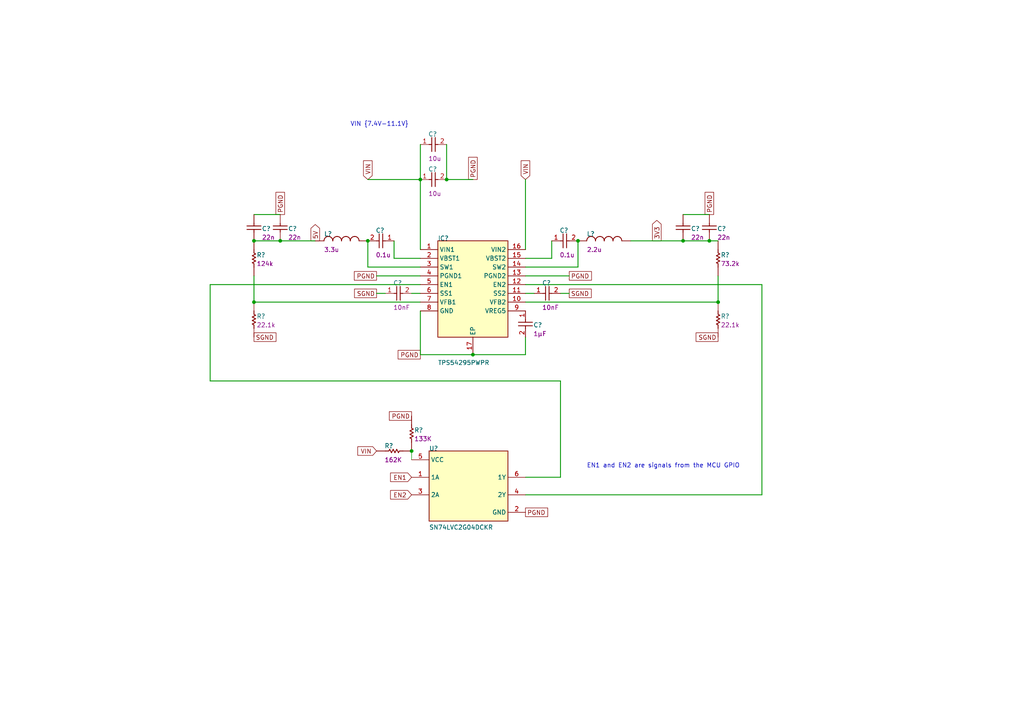
<source format=kicad_sch>
(kicad_sch (version 20211123) (generator eeschema)
  (paper "A4")
  (lib_symbols
    (symbol "FCU-altium-import:0_6078ccab4177564f4f8b42d5c809401"
      (property "Value" "0_6078ccab4177564f4f8b42d5c809401" (at 0 0 0))
      (symbol "0_6078ccab4177564f4f8b42d5c809401_1_0"
        (rectangle (start 27.94 2.54) (end 5.08 -17.78) (stroke (width 0.254)) (fill (type background)))
        (pin input line (at 0 -5.08 0) (length 5.08) (name "1A") (number "1"))
        (pin power_in line (at 33.02 -15.24 180) (length 5.08) (name "GND") (number "2"))
        (pin input line (at 0 -10.16 0) (length 5.08) (name "2A") (number "3"))
        (pin output line (at 33.02 -10.16 180) (length 5.08) (name "2Y") (number "4"))
        (pin power_in line (at 0 0 0) (length 5.08) (name "VCC") (number "5"))
        (pin output line (at 33.02 -5.08 180) (length 5.08) (name "1Y") (number "6"))
      )
    )
    (symbol "FCU-altium-import:0_CAP-NP-2"
      (property "Value" "0_CAP-NP-2" (at 0 0 0))
      (symbol "0_CAP-NP-2_1_0"
        (polyline (pts (xy 2.54 0) (xy 3.302 0)) (stroke (width 0.254)))
        (polyline (pts (xy 3.302 -2.032) (xy 3.302 2.032)) (stroke (width 0.254)))
        (polyline (pts (xy 4.318 2.032) (xy 4.318 -2.032)) (stroke (width 0.254)))
        (polyline (pts (xy 5.08 0) (xy 4.318 0)) (stroke (width 0.254)))
        (pin passive line (at 0 0 0) (length 2.54) (name "1") (number "1"))
        (pin passive line (at 7.62 0 180) (length 2.54) (name "2") (number "2"))
      )
    )
    (symbol "FCU-altium-import:0_Inductor"
      (property "Value" "0_Inductor" (at 0 0 0))
      (symbol "0_Inductor_1_0"
        (arc (start 3.81 1.27) (mid 2.912 0.898) (end 2.54 0) (stroke (width 0.254)))
        (arc (start 5.08 0) (mid 4.708 0.898) (end 3.81 1.27) (stroke (width 0.254)))
        (arc (start 6.35 1.27) (mid 5.452 0.898) (end 5.08 0) (stroke (width 0.254)))
        (arc (start 7.62 0) (mid 7.248 0.898) (end 6.35 1.27) (stroke (width 0.254)))
        (arc (start 8.89 1.27) (mid 7.992 0.898) (end 7.62 0) (stroke (width 0.254)))
        (arc (start 10.16 0) (mid 9.788 0.898) (end 8.89 1.27) (stroke (width 0.254)))
        (arc (start 11.43 1.27) (mid 10.532 0.898) (end 10.16 0) (stroke (width 0.254)))
        (arc (start 12.7 0) (mid 12.328 0.898) (end 11.43 1.27) (stroke (width 0.254)))
        (pin passive line (at 0 0 0) (length 2.54) (name "1") (number "1"))
        (pin passive line (at 15.24 0 180) (length 2.54) (name "2") (number "2"))
      )
    )
    (symbol "FCU-altium-import:0_TPS54295PWPR"
      (property "Value" "0_TPS54295PWPR" (at 0 0 0))
      (symbol "0_TPS54295PWPR_1_0"
        (rectangle (start 25.4 2.54) (end 5.08 -25.4) (stroke (width 0.254)) (fill (type background)))
        (pin passive line (at 0 0 0) (length 5.08) (name "VIN1") (number "1"))
        (pin passive line (at 30.48 -15.24 180) (length 5.08) (name "VFB2") (number "10"))
        (pin passive line (at 30.48 -12.7 180) (length 5.08) (name "SS2") (number "11"))
        (pin passive line (at 30.48 -10.16 180) (length 5.08) (name "EN2") (number "12"))
        (pin passive line (at 30.48 -7.62 180) (length 5.08) (name "PGND2") (number "13"))
        (pin passive line (at 30.48 -5.08 180) (length 5.08) (name "SW2") (number "14"))
        (pin passive line (at 30.48 -2.54 180) (length 5.08) (name "VBST2") (number "15"))
        (pin passive line (at 30.48 0 180) (length 5.08) (name "VIN2") (number "16"))
        (pin passive line (at 15.24 -30.48 90) (length 5.08) (name "EP") (number "17"))
        (pin passive line (at 0 -2.54 0) (length 5.08) (name "VBST1") (number "2"))
        (pin passive line (at 0 -5.08 0) (length 5.08) (name "SW1") (number "3"))
        (pin passive line (at 0 -7.62 0) (length 5.08) (name "PGND1") (number "4"))
        (pin passive line (at 0 -10.16 0) (length 5.08) (name "EN1") (number "5"))
        (pin passive line (at 0 -12.7 0) (length 5.08) (name "SS1") (number "6"))
        (pin passive line (at 0 -15.24 0) (length 5.08) (name "VFB1") (number "7"))
        (pin passive line (at 0 -17.78 0) (length 5.08) (name "GND") (number "8"))
        (pin passive line (at 30.48 -17.78 180) (length 5.08) (name "VREG5") (number "9"))
      )
    )
    (symbol "FCU-altium-import:1_Capacitor"
      (property "Value" "1_Capacitor" (at 0 0 0))
      (symbol "1_Capacitor_1_0"
        (polyline (pts (xy -2.032 4.318) (xy 2.032 4.318)) (stroke (width 0.254)))
        (polyline (pts (xy 0 2.54) (xy 0 3.302)) (stroke (width 0.254)))
        (polyline (pts (xy 0 5.08) (xy 0 4.318)) (stroke (width 0.254)))
        (polyline (pts (xy 2.032 3.302) (xy -2.032 3.302)) (stroke (width 0.254)))
        (pin passive line (at 0 0 90) (length 2.54) (name "1") (number "1"))
        (pin passive line (at 0 7.62 270) (length 2.54) (name "2") (number "2"))
      )
    )
    (symbol "FCU-altium-import:2_CAP-NP-2"
      (property "Value" "2_CAP-NP-2" (at 0 0 0))
      (symbol "2_CAP-NP-2_1_0"
        (polyline (pts (xy -5.08 0) (xy -4.318 0)) (stroke (width 0.254)))
        (polyline (pts (xy -4.318 -2.032) (xy -4.318 2.032)) (stroke (width 0.254)))
        (polyline (pts (xy -3.302 2.032) (xy -3.302 -2.032)) (stroke (width 0.254)))
        (polyline (pts (xy -2.54 0) (xy -3.302 0)) (stroke (width 0.254)))
        (pin passive line (at 0 0 180) (length 2.54) (name "1") (number "1"))
        (pin passive line (at -7.62 0 0) (length 2.54) (name "2") (number "2"))
      )
    )
    (symbol "FCU-altium-import:2_Resistor"
      (property "Value" "2_Resistor" (at 0 0 0))
      (symbol "2_Resistor_1_0"
        (polyline (pts (xy -7.62 0) (xy -6.604 0) (xy -6.35 0.508) (xy -5.842 -0.508) (xy -5.334 0.508) (xy -4.826 -0.508) (xy -4.318 0.508) (xy -3.81 -0.508) (xy -3.556 0) (xy -2.54 0)) (stroke (width 0.254)))
        (pin passive line (at 0 0 180) (length 2.54) (name "1") (number "1"))
        (pin passive line (at -10.16 0 0) (length 2.54) (name "2") (number "2"))
      )
    )
    (symbol "FCU-altium-import:3_CAP-NP-2"
      (property "Value" "3_CAP-NP-2" (at 0 0 0))
      (symbol "3_CAP-NP-2_1_0"
        (polyline (pts (xy -2.032 -3.302) (xy 2.032 -3.302)) (stroke (width 0.254)))
        (polyline (pts (xy 0 -5.08) (xy 0 -4.318)) (stroke (width 0.254)))
        (polyline (pts (xy 0 -2.54) (xy 0 -3.302)) (stroke (width 0.254)))
        (polyline (pts (xy 2.032 -4.318) (xy -2.032 -4.318)) (stroke (width 0.254)))
        (pin passive line (at 0 0 270) (length 2.54) (name "1") (number "1"))
        (pin passive line (at 0 -7.62 90) (length 2.54) (name "2") (number "2"))
      )
    )
    (symbol "FCU-altium-import:3_Resistor"
      (property "Value" "3_Resistor" (at 0 0 0))
      (symbol "3_Resistor_1_0"
        (polyline (pts (xy 0 -7.62) (xy 0 -6.604) (xy -0.508 -6.35) (xy 0.508 -5.842) (xy -0.508 -5.334) (xy 0.508 -4.826) (xy -0.508 -4.318) (xy 0.508 -3.81) (xy 0 -3.556) (xy 0 -2.54)) (stroke (width 0.254)))
        (pin passive line (at 0 0 270) (length 2.54) (name "1") (number "1"))
        (pin passive line (at 0 -10.16 90) (length 2.54) (name "2") (number "2"))
      )
    )
  )
  (junction (at 167.64 69.85))
  (junction (at 129.54 52.07))
  (junction (at 137.16 102.87))
  (junction (at 208.28 87.63))
  (junction (at 121.92 52.07))
  (junction (at 73.66 69.85))
  (junction (at 73.66 87.63))
  (junction (at 205.74 69.85))
  (junction (at 198.12 69.85))
  (junction (at 119.38 130.81))
  (junction (at 81.28 69.85))
  (junction (at 106.68 69.85))
  (wire (pts (xy 162.56 138.43) (xy 162.56 110.49)) (stroke (width 0.254)))
  (wire (pts (xy 152.4 97.79) (xy 152.4 102.87)) (stroke (width 0.254)))
  (wire (pts (xy 152.4 138.43) (xy 162.56 138.43)) (stroke (width 0.254)))
  (wire (pts (xy 121.92 52.07) (xy 121.92 41.91)) (stroke (width 0.254)))
  (wire (pts (xy 152.4 87.63) (xy 208.28 87.63)) (stroke (width 0.254)))
  (wire (pts (xy 198.12 69.85) (xy 205.74 69.85)) (stroke (width 0.254)))
  (wire (pts (xy 162.56 110.49) (xy 60.96 110.49)) (stroke (width 0.254)))
  (wire (pts (xy 220.98 143.51) (xy 220.98 82.55)) (stroke (width 0.254)))
  (wire (pts (xy 220.98 82.55) (xy 152.4 82.55)) (stroke (width 0.254)))
  (wire (pts (xy 160.02 74.93) (xy 160.02 69.85)) (stroke (width 0.254)))
  (wire (pts (xy 60.96 82.55) (xy 121.92 82.55)) (stroke (width 0.254)))
  (wire (pts (xy 106.68 69.85) (xy 106.68 77.47)) (stroke (width 0.254)))
  (wire (pts (xy 114.3 74.93) (xy 121.92 74.93)) (stroke (width 0.254)))
  (wire (pts (xy 154.94 85.09) (xy 152.4 85.09)) (stroke (width 0.254)))
  (wire (pts (xy 129.54 41.91) (xy 129.54 52.07)) (stroke (width 0.254)))
  (wire (pts (xy 119.38 85.09) (xy 121.92 85.09)) (stroke (width 0.254)))
  (wire (pts (xy 81.28 62.23) (xy 73.66 62.23)) (stroke (width 0.254)))
  (wire (pts (xy 137.16 52.07) (xy 129.54 52.07)) (stroke (width 0.254)))
  (wire (pts (xy 205.74 62.23) (xy 198.12 62.23)) (stroke (width 0.254)))
  (wire (pts (xy 121.92 72.39) (xy 121.92 52.07)) (stroke (width 0.254)))
  (wire (pts (xy 121.92 87.63) (xy 73.66 87.63)) (stroke (width 0.254)))
  (wire (pts (xy 81.28 69.85) (xy 73.66 69.85)) (stroke (width 0.254)))
  (wire (pts (xy 152.4 74.93) (xy 160.02 74.93)) (stroke (width 0.254)))
  (wire (pts (xy 165.1 85.09) (xy 162.56 85.09)) (stroke (width 0.254)))
  (wire (pts (xy 205.74 69.85) (xy 208.28 69.85)) (stroke (width 0.254)))
  (wire (pts (xy 165.1 80.01) (xy 152.4 80.01)) (stroke (width 0.254)))
  (wire (pts (xy 109.22 80.01) (xy 121.92 80.01)) (stroke (width 0.254)))
  (wire (pts (xy 152.4 102.87) (xy 137.16 102.87)) (stroke (width 0.254)))
  (wire (pts (xy 73.66 80.01) (xy 73.66 87.63)) (stroke (width 0.254)))
  (wire (pts (xy 109.22 85.09) (xy 111.76 85.09)) (stroke (width 0.254)))
  (wire (pts (xy 152.4 77.47) (xy 167.64 77.47)) (stroke (width 0.254)))
  (wire (pts (xy 152.4 72.39) (xy 152.4 52.07)) (stroke (width 0.254)))
  (wire (pts (xy 60.96 110.49) (xy 60.96 82.55)) (stroke (width 0.254)))
  (wire (pts (xy 121.92 90.17) (xy 121.92 102.87)) (stroke (width 0.254)))
  (wire (pts (xy 152.4 143.51) (xy 220.98 143.51)) (stroke (width 0.254)))
  (wire (pts (xy 91.44 69.85) (xy 81.28 69.85)) (stroke (width 0.254)))
  (wire (pts (xy 114.3 69.85) (xy 114.3 74.93)) (stroke (width 0.254)))
  (wire (pts (xy 119.38 130.81) (xy 119.38 133.35)))
  (wire (pts (xy 121.92 52.07) (xy 106.68 52.07)) (stroke (width 0.254)))
  (wire (pts (xy 106.68 77.47) (xy 121.92 77.47)) (stroke (width 0.254)))
  (wire (pts (xy 121.92 102.87) (xy 137.16 102.87)) (stroke (width 0.254)))
  (wire (pts (xy 182.88 69.85) (xy 198.12 69.85)) (stroke (width 0.254)))
  (wire (pts (xy 208.28 80.01) (xy 208.28 87.63)) (stroke (width 0.254)))
  (wire (pts (xy 167.64 77.47) (xy 167.64 69.85)) (stroke (width 0.254)))
  (text "EN1 and EN2 are signals from the MCU GPIO" (at 170.18 135.89 0) (effects (font (size 1.27 1.27)) (justify left bottom)))
  (text "VIN {7.4V-11.1V}" (at 101.6 36.83 180) (effects (font (size 1.27 1.27)) (justify left bottom)))
  (global_label "3V3" (shape output) (at 190.5 69.85 90) (property "Intersheet References" "${INTERSHEET_REFS}" (effects hide)))
  (global_label "PGND" (shape passive) (at 109.22 80.01 180) (property "Intersheet References" "${INTERSHEET_REFS}" (effects hide)))
  (global_label "EN1" (shape input) (at 119.38 138.43 180) (property "Intersheet References" "${INTERSHEET_REFS}" (effects hide)))
  (global_label "VIN" (shape input) (at 106.68 52.07 90) (property "Intersheet References" "${INTERSHEET_REFS}" (effects hide)))
  (global_label "PGND" (shape passive) (at 137.16 52.07 90) (property "Intersheet References" "${INTERSHEET_REFS}" (effects hide)))
  (global_label "EN2" (shape input) (at 119.38 143.51 180) (property "Intersheet References" "${INTERSHEET_REFS}" (effects hide)))
  (global_label "VIN" (shape input) (at 152.4 52.07 90) (property "Intersheet References" "${INTERSHEET_REFS}" (effects hide)))
  (global_label "SGND" (shape passive) (at 73.66 97.79 0) (property "Intersheet References" "${INTERSHEET_REFS}" (effects hide)))
  (global_label "SGND" (shape passive) (at 109.22 85.09 180) (property "Intersheet References" "${INTERSHEET_REFS}" (effects hide)))
  (global_label "SGND" (shape passive) (at 165.1 85.09 0) (property "Intersheet References" "${INTERSHEET_REFS}" (effects hide)))
  (global_label "PGND" (shape passive) (at 121.92 102.87 180) (property "Intersheet References" "${INTERSHEET_REFS}" (effects hide)))
  (global_label "PGND" (shape passive) (at 81.28 62.23 90) (property "Intersheet References" "${INTERSHEET_REFS}" (effects hide)))
  (global_label "PGND" (shape passive) (at 152.4 148.59 0) (property "Intersheet References" "${INTERSHEET_REFS}" (effects hide)))
  (global_label "5V" (shape output) (at 91.44 69.85 90) (property "Intersheet References" "${INTERSHEET_REFS}" (effects hide)))
  (global_label "PGND" (shape passive) (at 165.1 80.01 0) (property "Intersheet References" "${INTERSHEET_REFS}" (effects hide)))
  (global_label "PGND" (shape passive) (at 205.74 62.23 90) (property "Intersheet References" "${INTERSHEET_REFS}" (effects hide)))
  (global_label "SGND" (shape passive) (at 208.28 97.79 180) (property "Intersheet References" "${INTERSHEET_REFS}" (effects hide)))
  (global_label "PGND" (shape passive) (at 119.38 120.65 180) (property "Intersheet References" "${INTERSHEET_REFS}" (effects hide)))
  (global_label "VIN" (shape input) (at 109.22 130.81 180) (property "Intersheet References" "${INTERSHEET_REFS}" (effects hide)))
  (symbol (lib_id "FCU-altium-import:1_Capacitor") (at 73.66 69.85 0) (unit 1)
    (property "Reference" "C?" (at 75.946 67.056 0) (effects (justify left bottom)))
    (property "Value" "Capacitor" (effects hide))
    (property "SIMULATIONGENERICCOMPONENT" "True" (effects hide))
    (property "ALTIUM_VALUE" "22n" (at 75.946 69.596 0) (effects (justify left bottom)))
  )
  (symbol (lib_id "FCU-altium-import:0_Inductor") (at 167.64 69.85 0) (unit 1)
    (property "Reference" "L?" (at 170.18 68.58 0) (effects (justify left bottom)))
    (property "Value" "Inductor" (effects hide))
    (property "SIMULATIONGENERICCOMPONENT" "True" (effects hide))
    (property "ALTIUM_VALUE" "2.2u" (at 170.18 73.152 0) (effects (justify left bottom)))
  )
  (symbol (lib_id "FCU-altium-import:2_Resistor") (at 119.38 130.81 0) (unit 1)
    (property "Reference" "R?" (at 111.506 130.048 0) (effects (justify left bottom)))
    (property "Value" "Resistor" (effects hide))
    (property "TC1" "0" (effects hide))
    (property "TC2" "0" (effects hide))
    (property "SIMULATIONGENERICCOMPONENT" "True" (effects hide))
    (property "ALTIUM_VALUE" "162K" (at 111.506 134.112 0) (effects (justify left bottom)))
  )
  (symbol (lib_id "FCU-altium-import:0_CAP-NP-2") (at 121.92 52.07 0) (unit 1)
    (property "Reference" "C?" (at 124.206 49.784 0) (effects (justify left bottom)))
    (property "Value" "Capacitor 10nF +/-20% 50V 0402" (effects hide))
    (property "Footprint" "CAPC0402(1005)60_L" (effects hide))
    (property "MAX OPERATING TEMPERATURE" "85°C" (effects hide))
    (property "PINS" "2" (effects hide))
    (property "CASE/PACKAGE" "0402" (effects hide))
    (property "VOLTAGE RATING" "50V" (effects hide))
    (property "MIN OPERATING TEMPERATURE" "-55°C" (effects hide))
    (property "MOUNTING TECHNOLOGY" "SMT" (effects hide))
    (property "TOLERANCE" "5%" (effects hide))
    (property "ALTIUM_VALUE" "10u" (at 124.206 56.896 0) (effects (justify left bottom)))
  )
  (symbol (lib_id "FCU-altium-import:2_CAP-NP-2") (at 114.3 69.85 0) (unit 1)
    (property "Reference" "C?" (at 108.966 67.564 0) (effects (justify left bottom)))
    (property "Value" "Capacitor 10nF +/-20% 50V 0402" (effects hide))
    (property "Footprint" "CAPC0402(1005)60_L" (effects hide))
    (property "MAX OPERATING TEMPERATURE" "85°C" (effects hide))
    (property "PINS" "2" (effects hide))
    (property "CASE/PACKAGE" "0402" (effects hide))
    (property "VOLTAGE RATING" "50V" (effects hide))
    (property "MIN OPERATING TEMPERATURE" "-55°C" (effects hide))
    (property "MOUNTING TECHNOLOGY" "SMT" (effects hide))
    (property "TOLERANCE" "5%" (effects hide))
    (property "ALTIUM_VALUE" "0.1u" (at 108.966 74.676 0) (effects (justify left bottom)))
  )
  (symbol (lib_id "FCU-altium-import:0_6078ccab4177564f4f8b42d5c809401") (at 119.38 133.35 0) (unit 1)
    (property "Reference" "U?" (at 124.46 130.81 0) (effects (justify left bottom)))
    (property "Value" "SN74LVC2G04DCKR" (at 124.46 153.67 0) (effects (justify left bottom)))
    (property "Footprint" "FP-DCK0006A-IPC_B" (effects hide))
    (property "MAX SUPPLY VOLTAGE" "5.5V" (effects hide))
    (property "CASE/PACKAGE" "SC" (effects hide))
    (property "NUMBER OF GATES" "2" (effects hide))
    (property "NUMBER OF INPUTS" "1" (effects hide))
    (property "RADIATION HARDENING" "No" (effects hide))
    (property "QUIESCENT CURRENT" "10uA" (effects hide))
    (property "TERMINATION" "SMD/SMT" (effects hide))
    (property "LEAD FREE" "Lead Free" (effects hide))
    (property "PACKAGE QUANTITY" "1" (effects hide))
    (property "NUMBER OF PINS" "6" (effects hide))
    (property "MIN OPERATING TEMPERATURE" "-40°C" (effects hide))
    (property "LOW LEVEL OUTPUT CURRENT" "32mA" (effects hide))
    (property "NUMBER OF ELEMENTS" "2" (effects hide))
    (property "PROPAGATION DELAY" "8ns" (effects hide))
    (property "NUMBER OF CIRCUITS" "2" (effects hide))
    (property "WEIGHT" "8.8E-05oz" (effects hide))
    (property "MAX OUTPUT CURRENT" "32mA" (effects hide))
    (property "REACH SVHC" "No SVHC" (effects hide))
    (property "CONTACT PLATING" "Gold" (effects hide))
    (property "LOGIC FUNCTION" "Buffer" (effects hide))
    (property "OUTPUT CURRENT" "32mA" (effects hide))
    (property "MAX OPERATING TEMPERATURE" "125°C" (effects hide))
    (property "HIGH LEVEL OUTPUT CURRENT" "-32mA" (effects hide))
    (property "ROHS COMPLIANT" "Yes" (effects hide))
    (property "MIN SUPPLY VOLTAGE" "1.65V" (effects hide))
    (property "TURN-ON DELAY TIME" "8ns" (effects hide))
    (property "PACKAGING" "Tape and Reel" (effects hide))
    (property "NUMBER OF BITS" "2" (effects hide))
    (property "MOUNT" "Surface Mount" (effects hide))
  )
  (symbol (lib_id "FCU-altium-import:0_CAP-NP-2") (at 160.02 69.85 0) (unit 1)
    (property "Reference" "C?" (at 162.306 67.564 0) (effects (justify left bottom)))
    (property "Value" "Capacitor 10nF +/-20% 50V 0402" (effects hide))
    (property "Footprint" "CAPC0402(1005)60_L" (effects hide))
    (property "MAX OPERATING TEMPERATURE" "85°C" (effects hide))
    (property "PINS" "2" (effects hide))
    (property "CASE/PACKAGE" "0402" (effects hide))
    (property "VOLTAGE RATING" "50V" (effects hide))
    (property "MIN OPERATING TEMPERATURE" "-55°C" (effects hide))
    (property "MOUNTING TECHNOLOGY" "SMT" (effects hide))
    (property "TOLERANCE" "5%" (effects hide))
    (property "ALTIUM_VALUE" "0.1u" (at 162.306 74.676 0) (effects (justify left bottom)))
  )
  (symbol (lib_id "FCU-altium-import:0_TPS54295PWPR") (at 121.92 72.39 0) (unit 1)
    (property "Reference" "IC?" (at 127 69.85 0) (effects (justify left bottom)))
    (property "Value" "TPS54295PWPR" (at 127 105.918 0) (effects (justify left bottom)))
    (property "Footprint" "C:_Users_Joey_Documents_AltiumLL_SamacSys.PcbLib_SOP65P640X120-17N" (effects hide))
    (property "DATASHEET LINK" "http://www.ti.com/lit/gpn/tps54295" (effects hide))
    (property "HEIGHT" "1.2mm" (effects hide))
    (property "MANUFACTURER_NAME" "Texas Instruments" (effects hide))
    (property "MANUFACTURER_PART_NUMBER" "TPS54295PWPR" (effects hide))
    (property "MOUSER PART NUMBER" "595-TPS54295PWPR" (effects hide))
    (property "MOUSER PRICE/STOCK" "https://www.mouser.co.uk/ProductDetail/Texas-Instruments/TPS54295PWPR?qs=bhx7MkwkKU%252BVRYWsK0yywg%3D%3D" (effects hide))
    (property "ARROW PART NUMBER" "TPS54295PWPR" (effects hide))
    (property "ARROW PRICE/STOCK" "https://www.arrow.com/en/products/tps54295pwpr/texas-instruments" (effects hide))
  )
  (symbol (lib_id "FCU-altium-import:3_Resistor") (at 73.66 69.85 0) (unit 1)
    (property "Reference" "R?" (at 74.422 74.676 0) (effects (justify left bottom)))
    (property "Value" "Resistor" (effects hide))
    (property "TC1" "0" (effects hide))
    (property "TC2" "0" (effects hide))
    (property "SIMULATIONGENERICCOMPONENT" "True" (effects hide))
    (property "ALTIUM_VALUE" "124k" (at 74.422 77.216 0) (effects (justify left bottom)))
  )
  (symbol (lib_id "FCU-altium-import:1_Capacitor") (at 198.12 69.85 0) (unit 1)
    (property "Reference" "C?" (at 200.406 67.056 0) (effects (justify left bottom)))
    (property "Value" "Capacitor" (effects hide))
    (property "SIMULATIONGENERICCOMPONENT" "True" (effects hide))
    (property "ALTIUM_VALUE" "22n" (at 200.406 69.596 0) (effects (justify left bottom)))
  )
  (symbol (lib_id "FCU-altium-import:1_Capacitor") (at 205.74 69.85 0) (unit 1)
    (property "Reference" "C?" (at 208.026 67.056 0) (effects (justify left bottom)))
    (property "Value" "Capacitor" (effects hide))
    (property "SIMULATIONGENERICCOMPONENT" "True" (effects hide))
    (property "ALTIUM_VALUE" "22n" (at 208.026 69.596 0) (effects (justify left bottom)))
  )
  (symbol (lib_id "FCU-altium-import:3_Resistor") (at 208.28 69.85 0) (unit 1)
    (property "Reference" "R?" (at 209.042 74.676 0) (effects (justify left bottom)))
    (property "Value" "Resistor" (effects hide))
    (property "TC1" "0" (effects hide))
    (property "TC2" "0" (effects hide))
    (property "SIMULATIONGENERICCOMPONENT" "True" (effects hide))
    (property "ALTIUM_VALUE" "73.2k" (at 209.042 77.216 0) (effects (justify left bottom)))
  )
  (symbol (lib_id "FCU-altium-import:0_CAP-NP-2") (at 121.92 41.91 0) (unit 1)
    (property "Reference" "C?" (at 124.206 39.624 0) (effects (justify left bottom)))
    (property "Value" "Capacitor 10nF +/-20% 50V 0402" (effects hide))
    (property "Footprint" "CAPC0402(1005)60_L" (effects hide))
    (property "MAX OPERATING TEMPERATURE" "85°C" (effects hide))
    (property "PINS" "2" (effects hide))
    (property "CASE/PACKAGE" "0402" (effects hide))
    (property "VOLTAGE RATING" "50V" (effects hide))
    (property "MIN OPERATING TEMPERATURE" "-55°C" (effects hide))
    (property "MOUNTING TECHNOLOGY" "SMT" (effects hide))
    (property "TOLERANCE" "5%" (effects hide))
    (property "ALTIUM_VALUE" "10u" (at 124.206 46.736 0) (effects (justify left bottom)))
  )
  (symbol (lib_id "FCU-altium-import:0_Inductor") (at 91.44 69.85 0) (unit 1)
    (property "Reference" "L?" (at 93.98 68.58 0) (effects (justify left bottom)))
    (property "Value" "Inductor" (effects hide))
    (property "SIMULATIONGENERICCOMPONENT" "True" (effects hide))
    (property "ALTIUM_VALUE" "3.3u" (at 93.98 73.152 0) (effects (justify left bottom)))
  )
  (symbol (lib_id "FCU-altium-import:3_CAP-NP-2") (at 152.4 90.17 0) (unit 1)
    (property "Reference" "C?" (at 154.686 94.996 0) (effects (justify left bottom)))
    (property "Value" "Capacitor 1µF +/-0.1% 25V 0603" (effects hide))
    (property "Footprint" "CAPC0603(1608)100_L" (effects hide))
    (property "TOLERANCE" "20%" (effects hide))
    (property "MIN OPERATING TEMPERATURE" "-55°C" (effects hide))
    (property "MAX OPERATING TEMPERATURE" "85°C" (effects hide))
    (property "VOLTAGE RATING" "25V" (effects hide))
    (property "MOUNTING TECHNOLOGY" "SMT" (effects hide))
    (property "CASE/PACKAGE" "0603" (effects hide))
    (property "ALTIUM_VALUE" "1µF" (at 154.686 97.536 0) (effects (justify left bottom)))
    (property "PINS" "2" (effects hide))
  )
  (symbol (lib_id "FCU-altium-import:3_Resistor") (at 119.38 120.65 0) (unit 1)
    (property "Reference" "R?" (at 120.142 125.476 0) (effects (justify left bottom)))
    (property "Value" "Resistor" (effects hide))
    (property "TC1" "0" (effects hide))
    (property "TC2" "0" (effects hide))
    (property "SIMULATIONGENERICCOMPONENT" "True" (effects hide))
    (property "ALTIUM_VALUE" "133K" (at 120.142 128.016 0) (effects (justify left bottom)))
  )
  (symbol (lib_id "FCU-altium-import:0_CAP-NP-2") (at 154.94 85.09 0) (unit 1)
    (property "Reference" "C?" (at 157.226 82.804 0) (effects (justify left bottom)))
    (property "Value" "Capacitor 10nF +/-20% 50V 0402" (effects hide))
    (property "Footprint" "CAPC0402(1005)60_L" (effects hide))
    (property "MAX OPERATING TEMPERATURE" "85°C" (effects hide))
    (property "PINS" "2" (effects hide))
    (property "CASE/PACKAGE" "0402" (effects hide))
    (property "VOLTAGE RATING" "50V" (effects hide))
    (property "MIN OPERATING TEMPERATURE" "-55°C" (effects hide))
    (property "MOUNTING TECHNOLOGY" "SMT" (effects hide))
    (property "TOLERANCE" "5%" (effects hide))
    (property "ALTIUM_VALUE" "10nF" (at 157.226 89.916 0) (effects (justify left bottom)))
  )
  (symbol (lib_id "FCU-altium-import:1_Capacitor") (at 81.28 69.85 0) (unit 1)
    (property "Reference" "C?" (at 83.566 67.056 0) (effects (justify left bottom)))
    (property "Value" "Capacitor" (effects hide))
    (property "SIMULATIONGENERICCOMPONENT" "True" (effects hide))
    (property "ALTIUM_VALUE" "22n" (at 83.566 69.596 0) (effects (justify left bottom)))
  )
  (symbol (lib_id "FCU-altium-import:3_Resistor") (at 208.28 87.63 0) (unit 1)
    (property "Reference" "R?" (at 209.042 92.456 0) (effects (justify left bottom)))
    (property "Value" "Resistor" (effects hide))
    (property "TC1" "0" (effects hide))
    (property "TC2" "0" (effects hide))
    (property "SIMULATIONGENERICCOMPONENT" "True" (effects hide))
    (property "ALTIUM_VALUE" "22.1k" (at 209.042 94.996 0) (effects (justify left bottom)))
  )
  (symbol (lib_id "FCU-altium-import:0_CAP-NP-2") (at 111.76 85.09 0) (unit 1)
    (property "Reference" "C?" (at 114.046 82.804 0) (effects (justify left bottom)))
    (property "Value" "Capacitor 10nF +/-20% 50V 0402" (effects hide))
    (property "Footprint" "CAPC0402(1005)60_L" (effects hide))
    (property "MAX OPERATING TEMPERATURE" "85°C" (effects hide))
    (property "PINS" "2" (effects hide))
    (property "CASE/PACKAGE" "0402" (effects hide))
    (property "VOLTAGE RATING" "50V" (effects hide))
    (property "MIN OPERATING TEMPERATURE" "-55°C" (effects hide))
    (property "MOUNTING TECHNOLOGY" "SMT" (effects hide))
    (property "TOLERANCE" "5%" (effects hide))
    (property "ALTIUM_VALUE" "10nF" (at 114.046 89.916 0) (effects (justify left bottom)))
  )
  (symbol (lib_id "FCU-altium-import:3_Resistor") (at 73.66 87.63 0) (unit 1)
    (property "Reference" "R?" (at 74.422 92.456 0) (effects (justify left bottom)))
    (property "Value" "Resistor" (effects hide))
    (property "TC1" "0" (effects hide))
    (property "TC2" "0" (effects hide))
    (property "SIMULATIONGENERICCOMPONENT" "True" (effects hide))
    (property "ALTIUM_VALUE" "22.1k" (at 74.422 94.996 0) (effects (justify left bottom)))
  )
)
</source>
